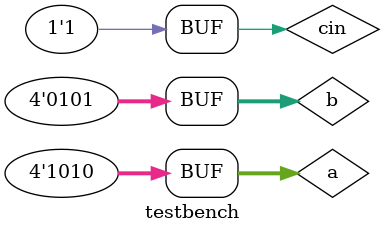
<source format=v>
module full_adder(sum, c_out, a, b, cin);
input a,b,cin;
output sum,c_out;

//internal nets 
wire s1,c1,c2;
//logic equations

xor (s1,a,b);
and (c1,a,b);

xor (sum,s1,cin);
and (c2,s1,cin);

xor (c_out,c2,c1);

endmodule


//4 bit full adder

module bit4_full_adder(sum,c_out,a,b,cin);

output [3:0] sum;
output c_out;
input [3:0] a,b;
input cin;

//internal nets
wire c1,c2,c3;

//instantiate full adder
full_adder f0(sum[0],c1,a[0],b[0],cin);
full_adder f1(sum[1],c2,a[1],b[1],c1);
full_adder f2(sum[2],c3,a[2],b[2],c2);
full_adder f3(sum[3],c_out,a[3],b[3],c3);
endmodule

//test bench

module testbench;
reg [3:0] a,b;
reg cin;
wire [3:0] sum;
wire c_out;

//instantiate full adder

bit4_full_adder uut(
    .sum(sum),
    .c_out(c_out),
    .a(a),
    .b(b),
    .cin(cin)
    );

initial begin

    $dumpfile("bit4_full_adder.vcd");
    $dumpvars(0, testbench);
    $monitor($time,"a=%b b=%b cin=%b sum=%b c_out=%b\n",a,b,cin,sum,c_out);

    a = 4'd0; b = 4'd0; cin = 1'b0;
    #5 a = 4'd3; b = 4'd4;
    #5 a = 4'd2; b = 4'd5;
    #5 a = 4'd9; b = 4'd9;
    #5 a = 4'd10; b = 4'd15;

    #5 a = 4'd10; b = 4'd5; cin = 1'b1;
  
end
endmodule

     


</source>
